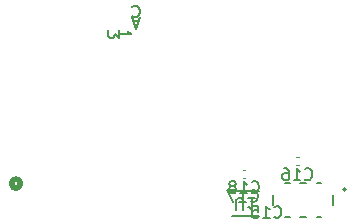
<source format=gbo>
%TF.GenerationSoftware,KiCad,Pcbnew,9.0.6*%
%TF.CreationDate,2026-02-05T15:03:14-05:00*%
%TF.ProjectId,health_monitor,6865616c-7468-45f6-9d6f-6e69746f722e,rev?*%
%TF.SameCoordinates,Original*%
%TF.FileFunction,Legend,Bot*%
%TF.FilePolarity,Positive*%
%FSLAX46Y46*%
G04 Gerber Fmt 4.6, Leading zero omitted, Abs format (unit mm)*
G04 Created by KiCad (PCBNEW 9.0.6) date 2026-02-05 15:03:14*
%MOMM*%
%LPD*%
G01*
G04 APERTURE LIST*
%ADD10C,0.150000*%
%ADD11C,0.508000*%
%ADD12C,0.120000*%
%ADD13C,0.152400*%
G04 APERTURE END LIST*
D10*
X130444928Y-43127167D02*
X130444928Y-43746214D01*
X130444928Y-43746214D02*
X130063976Y-43412881D01*
X130063976Y-43412881D02*
X130063976Y-43555738D01*
X130063976Y-43555738D02*
X130016357Y-43650976D01*
X130016357Y-43650976D02*
X129968738Y-43698595D01*
X129968738Y-43698595D02*
X129873500Y-43746214D01*
X129873500Y-43746214D02*
X129635405Y-43746214D01*
X129635405Y-43746214D02*
X129540167Y-43698595D01*
X129540167Y-43698595D02*
X129492548Y-43650976D01*
X129492548Y-43650976D02*
X129444928Y-43555738D01*
X129444928Y-43555738D02*
X129444928Y-43270024D01*
X129444928Y-43270024D02*
X129492548Y-43174786D01*
X129492548Y-43174786D02*
X129540167Y-43127167D01*
X132073068Y-42331021D02*
X131596878Y-42331021D01*
X132168306Y-42045306D02*
X131834973Y-43045306D01*
X131834973Y-43045306D02*
X131501640Y-42045306D01*
X131525450Y-41140293D02*
X131573069Y-41092674D01*
X131573069Y-41092674D02*
X131715926Y-41045054D01*
X131715926Y-41045054D02*
X131811164Y-41045054D01*
X131811164Y-41045054D02*
X131954021Y-41092674D01*
X131954021Y-41092674D02*
X132049259Y-41187912D01*
X132049259Y-41187912D02*
X132096878Y-41283150D01*
X132096878Y-41283150D02*
X132144497Y-41473626D01*
X132144497Y-41473626D02*
X132144497Y-41616483D01*
X132144497Y-41616483D02*
X132096878Y-41806959D01*
X132096878Y-41806959D02*
X132049259Y-41902197D01*
X132049259Y-41902197D02*
X131954021Y-41997435D01*
X131954021Y-41997435D02*
X131811164Y-42045054D01*
X131811164Y-42045054D02*
X131715926Y-42045054D01*
X131715926Y-42045054D02*
X131573069Y-41997435D01*
X131573069Y-41997435D02*
X131525450Y-41949816D01*
X130445180Y-43746214D02*
X130445180Y-43174786D01*
X130445180Y-43460500D02*
X131445180Y-43460500D01*
X131445180Y-43460500D02*
X131302323Y-43365262D01*
X131302323Y-43365262D02*
X131207085Y-43270024D01*
X131207085Y-43270024D02*
X131159466Y-43174786D01*
X146142857Y-55719580D02*
X146190476Y-55767200D01*
X146190476Y-55767200D02*
X146333333Y-55814819D01*
X146333333Y-55814819D02*
X146428571Y-55814819D01*
X146428571Y-55814819D02*
X146571428Y-55767200D01*
X146571428Y-55767200D02*
X146666666Y-55671961D01*
X146666666Y-55671961D02*
X146714285Y-55576723D01*
X146714285Y-55576723D02*
X146761904Y-55386247D01*
X146761904Y-55386247D02*
X146761904Y-55243390D01*
X146761904Y-55243390D02*
X146714285Y-55052914D01*
X146714285Y-55052914D02*
X146666666Y-54957676D01*
X146666666Y-54957676D02*
X146571428Y-54862438D01*
X146571428Y-54862438D02*
X146428571Y-54814819D01*
X146428571Y-54814819D02*
X146333333Y-54814819D01*
X146333333Y-54814819D02*
X146190476Y-54862438D01*
X146190476Y-54862438D02*
X146142857Y-54910057D01*
X145190476Y-55814819D02*
X145761904Y-55814819D01*
X145476190Y-55814819D02*
X145476190Y-54814819D01*
X145476190Y-54814819D02*
X145571428Y-54957676D01*
X145571428Y-54957676D02*
X145666666Y-55052914D01*
X145666666Y-55052914D02*
X145761904Y-55100533D01*
X144333333Y-54814819D02*
X144523809Y-54814819D01*
X144523809Y-54814819D02*
X144619047Y-54862438D01*
X144619047Y-54862438D02*
X144666666Y-54910057D01*
X144666666Y-54910057D02*
X144761904Y-55052914D01*
X144761904Y-55052914D02*
X144809523Y-55243390D01*
X144809523Y-55243390D02*
X144809523Y-55624342D01*
X144809523Y-55624342D02*
X144761904Y-55719580D01*
X144761904Y-55719580D02*
X144714285Y-55767200D01*
X144714285Y-55767200D02*
X144619047Y-55814819D01*
X144619047Y-55814819D02*
X144428571Y-55814819D01*
X144428571Y-55814819D02*
X144333333Y-55767200D01*
X144333333Y-55767200D02*
X144285714Y-55719580D01*
X144285714Y-55719580D02*
X144238095Y-55624342D01*
X144238095Y-55624342D02*
X144238095Y-55386247D01*
X144238095Y-55386247D02*
X144285714Y-55291009D01*
X144285714Y-55291009D02*
X144333333Y-55243390D01*
X144333333Y-55243390D02*
X144428571Y-55195771D01*
X144428571Y-55195771D02*
X144619047Y-55195771D01*
X144619047Y-55195771D02*
X144714285Y-55243390D01*
X144714285Y-55243390D02*
X144761904Y-55291009D01*
X144761904Y-55291009D02*
X144809523Y-55386247D01*
X140338095Y-58345180D02*
X140338095Y-57535657D01*
X140338095Y-57535657D02*
X140385714Y-57440419D01*
X140385714Y-57440419D02*
X140433333Y-57392800D01*
X140433333Y-57392800D02*
X140528571Y-57345180D01*
X140528571Y-57345180D02*
X140719047Y-57345180D01*
X140719047Y-57345180D02*
X140814285Y-57392800D01*
X140814285Y-57392800D02*
X140861904Y-57440419D01*
X140861904Y-57440419D02*
X140909523Y-57535657D01*
X140909523Y-57535657D02*
X140909523Y-58345180D01*
X141909523Y-57345180D02*
X141338095Y-57345180D01*
X141623809Y-57345180D02*
X141623809Y-58345180D01*
X141623809Y-58345180D02*
X141528571Y-58202323D01*
X141528571Y-58202323D02*
X141433333Y-58107085D01*
X141433333Y-58107085D02*
X141338095Y-58059466D01*
X143542857Y-58909580D02*
X143590476Y-58957200D01*
X143590476Y-58957200D02*
X143733333Y-59004819D01*
X143733333Y-59004819D02*
X143828571Y-59004819D01*
X143828571Y-59004819D02*
X143971428Y-58957200D01*
X143971428Y-58957200D02*
X144066666Y-58861961D01*
X144066666Y-58861961D02*
X144114285Y-58766723D01*
X144114285Y-58766723D02*
X144161904Y-58576247D01*
X144161904Y-58576247D02*
X144161904Y-58433390D01*
X144161904Y-58433390D02*
X144114285Y-58242914D01*
X144114285Y-58242914D02*
X144066666Y-58147676D01*
X144066666Y-58147676D02*
X143971428Y-58052438D01*
X143971428Y-58052438D02*
X143828571Y-58004819D01*
X143828571Y-58004819D02*
X143733333Y-58004819D01*
X143733333Y-58004819D02*
X143590476Y-58052438D01*
X143590476Y-58052438D02*
X143542857Y-58100057D01*
X142590476Y-59004819D02*
X143161904Y-59004819D01*
X142876190Y-59004819D02*
X142876190Y-58004819D01*
X142876190Y-58004819D02*
X142971428Y-58147676D01*
X142971428Y-58147676D02*
X143066666Y-58242914D01*
X143066666Y-58242914D02*
X143161904Y-58290533D01*
X141685714Y-58004819D02*
X142161904Y-58004819D01*
X142161904Y-58004819D02*
X142209523Y-58481009D01*
X142209523Y-58481009D02*
X142161904Y-58433390D01*
X142161904Y-58433390D02*
X142066666Y-58385771D01*
X142066666Y-58385771D02*
X141828571Y-58385771D01*
X141828571Y-58385771D02*
X141733333Y-58433390D01*
X141733333Y-58433390D02*
X141685714Y-58481009D01*
X141685714Y-58481009D02*
X141638095Y-58576247D01*
X141638095Y-58576247D02*
X141638095Y-58814342D01*
X141638095Y-58814342D02*
X141685714Y-58909580D01*
X141685714Y-58909580D02*
X141733333Y-58957200D01*
X141733333Y-58957200D02*
X141828571Y-59004819D01*
X141828571Y-59004819D02*
X142066666Y-59004819D01*
X142066666Y-59004819D02*
X142161904Y-58957200D01*
X142161904Y-58957200D02*
X142209523Y-58909580D01*
X141542857Y-57559580D02*
X141590476Y-57607200D01*
X141590476Y-57607200D02*
X141733333Y-57654819D01*
X141733333Y-57654819D02*
X141828571Y-57654819D01*
X141828571Y-57654819D02*
X141971428Y-57607200D01*
X141971428Y-57607200D02*
X142066666Y-57511961D01*
X142066666Y-57511961D02*
X142114285Y-57416723D01*
X142114285Y-57416723D02*
X142161904Y-57226247D01*
X142161904Y-57226247D02*
X142161904Y-57083390D01*
X142161904Y-57083390D02*
X142114285Y-56892914D01*
X142114285Y-56892914D02*
X142066666Y-56797676D01*
X142066666Y-56797676D02*
X141971428Y-56702438D01*
X141971428Y-56702438D02*
X141828571Y-56654819D01*
X141828571Y-56654819D02*
X141733333Y-56654819D01*
X141733333Y-56654819D02*
X141590476Y-56702438D01*
X141590476Y-56702438D02*
X141542857Y-56750057D01*
X140590476Y-57654819D02*
X141161904Y-57654819D01*
X140876190Y-57654819D02*
X140876190Y-56654819D01*
X140876190Y-56654819D02*
X140971428Y-56797676D01*
X140971428Y-56797676D02*
X141066666Y-56892914D01*
X141066666Y-56892914D02*
X141161904Y-56940533D01*
X140257142Y-56654819D02*
X139590476Y-56654819D01*
X139590476Y-56654819D02*
X140019047Y-57654819D01*
X141642857Y-56819580D02*
X141690476Y-56867200D01*
X141690476Y-56867200D02*
X141833333Y-56914819D01*
X141833333Y-56914819D02*
X141928571Y-56914819D01*
X141928571Y-56914819D02*
X142071428Y-56867200D01*
X142071428Y-56867200D02*
X142166666Y-56771961D01*
X142166666Y-56771961D02*
X142214285Y-56676723D01*
X142214285Y-56676723D02*
X142261904Y-56486247D01*
X142261904Y-56486247D02*
X142261904Y-56343390D01*
X142261904Y-56343390D02*
X142214285Y-56152914D01*
X142214285Y-56152914D02*
X142166666Y-56057676D01*
X142166666Y-56057676D02*
X142071428Y-55962438D01*
X142071428Y-55962438D02*
X141928571Y-55914819D01*
X141928571Y-55914819D02*
X141833333Y-55914819D01*
X141833333Y-55914819D02*
X141690476Y-55962438D01*
X141690476Y-55962438D02*
X141642857Y-56010057D01*
X140690476Y-56914819D02*
X141261904Y-56914819D01*
X140976190Y-56914819D02*
X140976190Y-55914819D01*
X140976190Y-55914819D02*
X141071428Y-56057676D01*
X141071428Y-56057676D02*
X141166666Y-56152914D01*
X141166666Y-56152914D02*
X141261904Y-56200533D01*
X140119047Y-56343390D02*
X140214285Y-56295771D01*
X140214285Y-56295771D02*
X140261904Y-56248152D01*
X140261904Y-56248152D02*
X140309523Y-56152914D01*
X140309523Y-56152914D02*
X140309523Y-56105295D01*
X140309523Y-56105295D02*
X140261904Y-56010057D01*
X140261904Y-56010057D02*
X140214285Y-55962438D01*
X140214285Y-55962438D02*
X140119047Y-55914819D01*
X140119047Y-55914819D02*
X139928571Y-55914819D01*
X139928571Y-55914819D02*
X139833333Y-55962438D01*
X139833333Y-55962438D02*
X139785714Y-56010057D01*
X139785714Y-56010057D02*
X139738095Y-56105295D01*
X139738095Y-56105295D02*
X139738095Y-56152914D01*
X139738095Y-56152914D02*
X139785714Y-56248152D01*
X139785714Y-56248152D02*
X139833333Y-56295771D01*
X139833333Y-56295771D02*
X139928571Y-56343390D01*
X139928571Y-56343390D02*
X140119047Y-56343390D01*
X140119047Y-56343390D02*
X140214285Y-56391009D01*
X140214285Y-56391009D02*
X140261904Y-56438628D01*
X140261904Y-56438628D02*
X140309523Y-56533866D01*
X140309523Y-56533866D02*
X140309523Y-56724342D01*
X140309523Y-56724342D02*
X140261904Y-56819580D01*
X140261904Y-56819580D02*
X140214285Y-56867200D01*
X140214285Y-56867200D02*
X140119047Y-56914819D01*
X140119047Y-56914819D02*
X139928571Y-56914819D01*
X139928571Y-56914819D02*
X139833333Y-56867200D01*
X139833333Y-56867200D02*
X139785714Y-56819580D01*
X139785714Y-56819580D02*
X139738095Y-56724342D01*
X139738095Y-56724342D02*
X139738095Y-56533866D01*
X139738095Y-56533866D02*
X139785714Y-56438628D01*
X139785714Y-56438628D02*
X139833333Y-56391009D01*
X139833333Y-56391009D02*
X139928571Y-56343390D01*
D11*
%TO.C,J1*%
X122063399Y-56116600D02*
G75*
G02*
X121301399Y-56116600I-381000J0D01*
G01*
X121301399Y-56116600D02*
G75*
G02*
X122063399Y-56116600I381000J0D01*
G01*
D12*
%TO.C,C16*%
X145392164Y-53840000D02*
X145607836Y-53840000D01*
X145392164Y-54560000D02*
X145607836Y-54560000D01*
D13*
%TO.C,U1*%
X139944300Y-56745900D02*
X142255700Y-56745900D01*
X142255700Y-58854100D02*
X139944300Y-58854100D01*
%TO.C,SENSOR1*%
X143472700Y-57956202D02*
X143472700Y-57043798D01*
X144450666Y-56077600D02*
X144859332Y-56077600D01*
X144859332Y-58922400D02*
X144450666Y-58922400D01*
X145760666Y-56077600D02*
X146239334Y-56077600D01*
X146239334Y-58922400D02*
X145760666Y-58922400D01*
X147140668Y-56077600D02*
X147549334Y-56077600D01*
X147549334Y-58922400D02*
X147140668Y-58922400D01*
X148527300Y-57043798D02*
X148527300Y-57956202D01*
X149636600Y-56600000D02*
G75*
G02*
X149382600Y-56600000I-127000J0D01*
G01*
X149382600Y-56600000D02*
G75*
G02*
X149636600Y-56600000I127000J0D01*
G01*
D12*
%TO.C,C18*%
X140892164Y-54940000D02*
X141107836Y-54940000D01*
X140892164Y-55660000D02*
X141107836Y-55660000D01*
%TD*%
M02*

</source>
